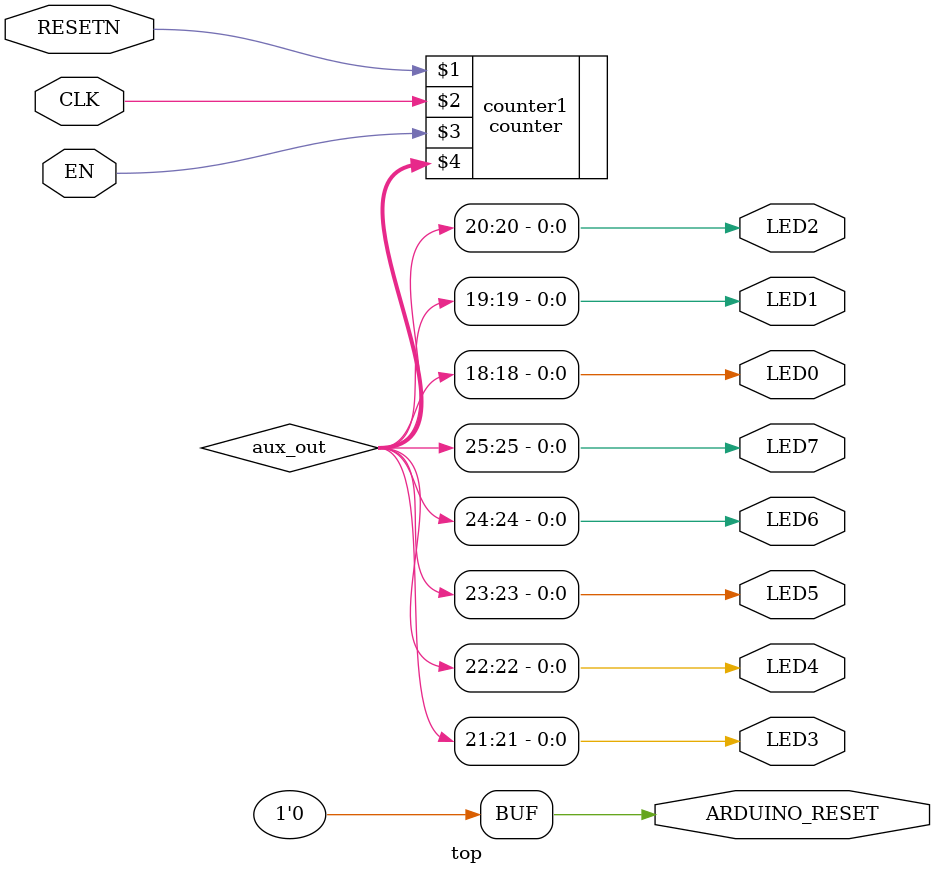
<source format=v>
`timescale 1ns / 1ps


module top(
    input RESETN,
    input CLK,
    input EN,
    output LED0,
    output LED1,
    output LED2,
    output LED3,
    output LED4,
    output LED5,
    output LED6,
    output LED7,
    output ARDUINO_RESET
    );
    
wire [25:0] aux_out;

assign ARDUINO_RESET = 0;



counter counter1(RESETN,CLK,EN,aux_out);

assign LED7 = aux_out[25];
assign LED6 = aux_out[24];
assign LED5 = aux_out[23];
assign LED4 = aux_out[22];
assign LED3 = aux_out[21];
assign LED2 = aux_out[20];
assign LED1 = aux_out[19];
assign LED0 = aux_out[18];

endmodule

</source>
